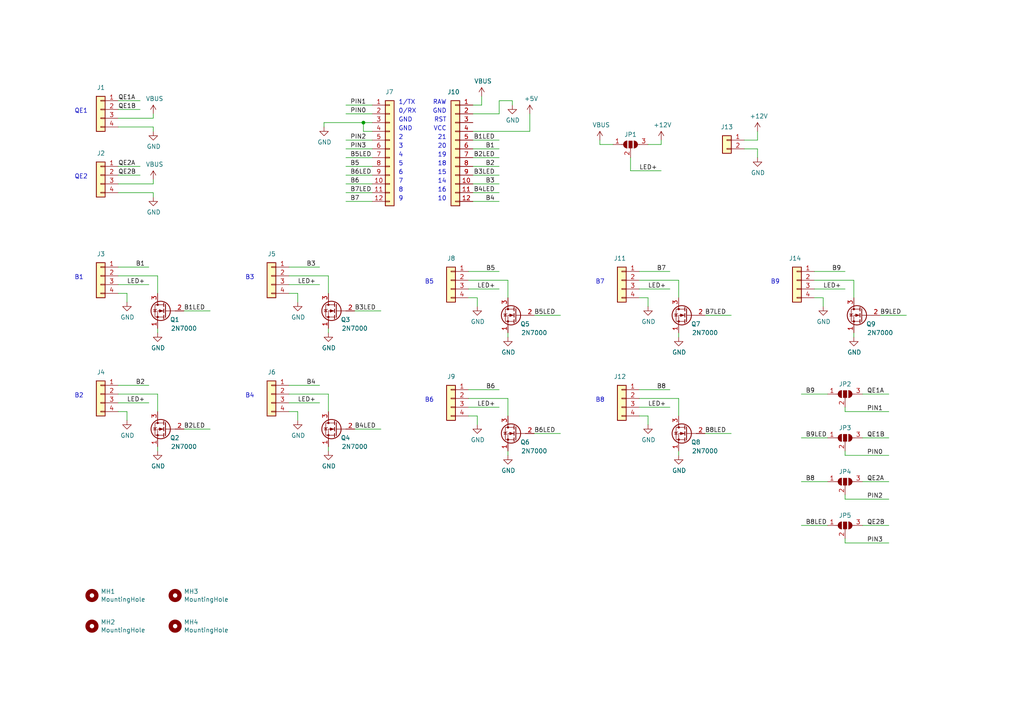
<source format=kicad_sch>
(kicad_sch (version 20211123) (generator eeschema)
  (paper "A4")
  (title_block (rev "v2.0"))
  (lib_symbols
    (symbol "Connector_Generic:Conn_01x02" (pin_names (offset 1.016) hide)
      (property "Reference" "J" (at 0 2.54 0))
      (property "Value" "Conn_01x02" (at 0 -5.08 0))
      (symbol "Conn_01x02_1_1"
        (rectangle (start -1.27 -2.413) (end 0 -2.667) (stroke (width 0.1524)))
        (rectangle (start -1.27 0.127) (end 0 -0.127) (stroke (width 0.1524)))
        (rectangle (start -1.27 1.27) (end 1.27 -3.81) (stroke (width 0.254)) (fill (type background)))
        (pin passive line (at -5.08 0 0) (length 3.81) (name "Pin_1") (number "1"))
        (pin passive line (at -5.08 -2.54 0) (length 3.81) (name "Pin_2") (number "2"))
      )
    )
    (symbol "Connector_Generic:Conn_01x04" (pin_names (offset 1.016) hide)
      (property "Reference" "J" (at 0 5.08 0))
      (property "Value" "Conn_01x04" (at 0 -7.62 0))
      (symbol "Conn_01x04_1_1"
        (rectangle (start -1.27 -4.953) (end 0 -5.207) (stroke (width 0.1524)))
        (rectangle (start -1.27 -2.413) (end 0 -2.667) (stroke (width 0.1524)))
        (rectangle (start -1.27 0.127) (end 0 -0.127) (stroke (width 0.1524)))
        (rectangle (start -1.27 2.667) (end 0 2.413) (stroke (width 0.1524)))
        (rectangle (start -1.27 3.81) (end 1.27 -6.35) (stroke (width 0.254)) (fill (type background)))
        (pin passive line (at -5.08 2.54 0) (length 3.81) (name "Pin_1") (number "1"))
        (pin passive line (at -5.08 0 0) (length 3.81) (name "Pin_2") (number "2"))
        (pin passive line (at -5.08 -2.54 0) (length 3.81) (name "Pin_3") (number "3"))
        (pin passive line (at -5.08 -5.08 0) (length 3.81) (name "Pin_4") (number "4"))
      )
    )
    (symbol "Connector_Generic:Conn_01x12" (pin_names (offset 1.016) hide)
      (property "Reference" "J" (at 0 15.24 0))
      (property "Value" "Conn_01x12" (at 0 -17.78 0))
      (symbol "Conn_01x12_1_1"
        (rectangle (start -1.27 -15.113) (end 0 -15.367) (stroke (width 0.1524)))
        (rectangle (start -1.27 -12.573) (end 0 -12.827) (stroke (width 0.1524)))
        (rectangle (start -1.27 -10.033) (end 0 -10.287) (stroke (width 0.1524)))
        (rectangle (start -1.27 -7.493) (end 0 -7.747) (stroke (width 0.1524)))
        (rectangle (start -1.27 -4.953) (end 0 -5.207) (stroke (width 0.1524)))
        (rectangle (start -1.27 -2.413) (end 0 -2.667) (stroke (width 0.1524)))
        (rectangle (start -1.27 0.127) (end 0 -0.127) (stroke (width 0.1524)))
        (rectangle (start -1.27 2.667) (end 0 2.413) (stroke (width 0.1524)))
        (rectangle (start -1.27 5.207) (end 0 4.953) (stroke (width 0.1524)))
        (rectangle (start -1.27 7.747) (end 0 7.493) (stroke (width 0.1524)))
        (rectangle (start -1.27 10.287) (end 0 10.033) (stroke (width 0.1524)))
        (rectangle (start -1.27 12.827) (end 0 12.573) (stroke (width 0.1524)))
        (rectangle (start -1.27 13.97) (end 1.27 -16.51) (stroke (width 0.254)) (fill (type background)))
        (pin passive line (at -5.08 12.7 0) (length 3.81) (name "Pin_1") (number "1"))
        (pin passive line (at -5.08 -10.16 0) (length 3.81) (name "Pin_10") (number "10"))
        (pin passive line (at -5.08 -12.7 0) (length 3.81) (name "Pin_11") (number "11"))
        (pin passive line (at -5.08 -15.24 0) (length 3.81) (name "Pin_12") (number "12"))
        (pin passive line (at -5.08 10.16 0) (length 3.81) (name "Pin_2") (number "2"))
        (pin passive line (at -5.08 7.62 0) (length 3.81) (name "Pin_3") (number "3"))
        (pin passive line (at -5.08 5.08 0) (length 3.81) (name "Pin_4") (number "4"))
        (pin passive line (at -5.08 2.54 0) (length 3.81) (name "Pin_5") (number "5"))
        (pin passive line (at -5.08 0 0) (length 3.81) (name "Pin_6") (number "6"))
        (pin passive line (at -5.08 -2.54 0) (length 3.81) (name "Pin_7") (number "7"))
        (pin passive line (at -5.08 -5.08 0) (length 3.81) (name "Pin_8") (number "8"))
        (pin passive line (at -5.08 -7.62 0) (length 3.81) (name "Pin_9") (number "9"))
      )
    )
    (symbol "Mechanical:MountingHole" (pin_names (offset 1.016))
      (property "Reference" "H" (at 0 5.08 0))
      (property "Value" "MountingHole" (at 0 3.175 0))
      (symbol "MountingHole_0_1"
        (circle (center 0 0) (radius 1.27) (stroke (width 1.27)))
      )
    )
    (symbol "ProMicro-Breakout-rescue:SolderJumper_3_Open-Jumper" (pin_names (offset 0) hide)
      (property "Reference" "JP" (at -2.54 -2.54 0))
      (property "Value" "SolderJumper_3_Open-Jumper" (at 0 2.794 0))
      (symbol "SolderJumper_3_Open-Jumper_0_1"
        (arc (start -1.016 1.016) (mid -2.032 0) (end -1.016 -1.016))
        (arc (start -1.016 1.016) (mid -2.032 0) (end -1.016 -1.016) (fill (type outline)))
        (rectangle (start -0.508 1.016) (end 0.508 -1.016) (fill (type outline)))
        (polyline (pts (xy -2.54 0) (xy -2.032 0)))
        (polyline (pts (xy -1.016 1.016) (xy -1.016 -1.016)))
        (polyline (pts (xy 0 -1.27) (xy 0 -1.016)))
        (polyline (pts (xy 1.016 1.016) (xy 1.016 -1.016)))
        (polyline (pts (xy 2.54 0) (xy 2.032 0)))
        (arc (start 1.016 -1.016) (mid 2.032 0) (end 1.016 1.016))
        (arc (start 1.016 -1.016) (mid 2.032 0) (end 1.016 1.016) (fill (type outline)))
      )
      (symbol "SolderJumper_3_Open-Jumper_1_1"
        (pin passive line (at -5.08 0 0) (length 2.54) (name "A") (number "1"))
        (pin input line (at 0 -3.81 90) (length 2.54) (name "C") (number "2"))
        (pin passive line (at 5.08 0 180) (length 2.54) (name "B") (number "3"))
      )
    )
    (symbol "Transistor_FET:2N7000" (pin_names hide)
      (property "Reference" "Q" (at 5.08 1.905 0))
      (property "Value" "2N7000" (at 5.08 0 0))
      (symbol "2N7000_0_1"
        (polyline (pts (xy 0.254 0) (xy -2.54 0)))
        (polyline (pts (xy 0.254 1.905) (xy 0.254 -1.905)) (stroke (width 0.254)))
        (polyline (pts (xy 0.762 -1.27) (xy 0.762 -2.286)) (stroke (width 0.254)))
        (polyline (pts (xy 0.762 0.508) (xy 0.762 -0.508)) (stroke (width 0.254)))
        (polyline (pts (xy 0.762 2.286) (xy 0.762 1.27)) (stroke (width 0.254)))
        (polyline (pts (xy 2.54 2.54) (xy 2.54 1.778)))
        (polyline (pts (xy 2.54 -2.54) (xy 2.54 0) (xy 0.762 0)))
        (polyline (pts (xy 0.762 -1.778) (xy 3.302 -1.778) (xy 3.302 1.778) (xy 0.762 1.778)))
        (polyline (pts (xy 1.016 0) (xy 2.032 0.381) (xy 2.032 -0.381) (xy 1.016 0)) (fill (type outline)))
        (polyline (pts (xy 2.794 0.508) (xy 2.921 0.381) (xy 3.683 0.381) (xy 3.81 0.254)))
        (polyline (pts (xy 3.302 0.381) (xy 2.921 -0.254) (xy 3.683 -0.254) (xy 3.302 0.381)))
        (circle (center 1.651 0) (radius 2.794) (stroke (width 0.254)))
        (circle (center 2.54 -1.778) (radius 0.254) (fill (type outline)))
        (circle (center 2.54 1.778) (radius 0.254) (fill (type outline)))
      )
      (symbol "2N7000_1_1"
        (pin passive line (at 2.54 -5.08 90) (length 2.54) (name "S") (number "1"))
        (pin input line (at -5.08 0 0) (length 2.54) (name "G") (number "2"))
        (pin passive line (at 2.54 5.08 270) (length 2.54) (name "D") (number "3"))
      )
    )
    (symbol "power:+12V" (power) (pin_names (offset 0))
      (property "Value" "+12V" (at 0 3.556 0))
      (symbol "+12V_0_1"
        (polyline (pts (xy -0.762 1.27) (xy 0 2.54)))
        (polyline (pts (xy 0 0) (xy 0 2.54)))
        (polyline (pts (xy 0 2.54) (xy 0.762 1.27)))
      )
      (symbol "+12V_1_1"
        (pin power_in line (at 0 0 90) (length 0) hide (name "+12V") (number "1"))
      )
    )
    (symbol "power:+5V" (power) (pin_names (offset 0))
      (property "Value" "+5V" (at 0 3.556 0))
      (symbol "+5V_0_1"
        (polyline (pts (xy -0.762 1.27) (xy 0 2.54)))
        (polyline (pts (xy 0 0) (xy 0 2.54)))
        (polyline (pts (xy 0 2.54) (xy 0.762 1.27)))
      )
      (symbol "+5V_1_1"
        (pin power_in line (at 0 0 90) (length 0) hide (name "+5V") (number "1"))
      )
    )
    (symbol "power:GND" (power) (pin_names (offset 0))
      (property "Value" "GND" (at 0 -3.81 0))
      (symbol "GND_0_1"
        (polyline (pts (xy 0 0) (xy 0 -1.27) (xy 1.27 -1.27) (xy 0 -2.54) (xy -1.27 -1.27) (xy 0 -1.27)))
      )
      (symbol "GND_1_1"
        (pin power_in line (at 0 0 270) (length 0) hide (name "GND") (number "1"))
      )
    )
    (symbol "power:VBUS" (power) (pin_names (offset 0))
      (property "Value" "VBUS" (at 0 3.81 0))
      (symbol "VBUS_0_1"
        (polyline (pts (xy -0.762 1.27) (xy 0 2.54)))
        (polyline (pts (xy 0 0) (xy 0 2.54)))
        (polyline (pts (xy 0 2.54) (xy 0.762 1.27)))
      )
      (symbol "VBUS_1_1"
        (pin power_in line (at 0 0 90) (length 0) hide (name "VBUS") (number "1"))
      )
    )
  )
  (junction (at 105.41 35.56))
  (wire (pts (xy 245.11 130.81) (xy 245.11 132.08)))
  (wire (pts (xy 44.45 53.34) (xy 44.45 52.07)))
  (wire (pts (xy 100.33 30.48) (xy 107.95 30.48)))
  (wire (pts (xy 232.41 152.4) (xy 240.03 152.4)))
  (wire (pts (xy 34.29 85.09) (xy 36.83 85.09)))
  (wire (pts (xy 137.16 38.1) (xy 153.67 38.1)))
  (wire (pts (xy 45.72 95.25) (xy 45.72 96.52)))
  (wire (pts (xy 83.82 111.76) (xy 92.71 111.76)))
  (wire (pts (xy 137.16 48.26) (xy 144.78 48.26)))
  (wire (pts (xy 34.29 55.88) (xy 44.45 55.88)))
  (wire (pts (xy 219.71 43.18) (xy 219.71 45.72)))
  (wire (pts (xy 236.22 78.74) (xy 245.11 78.74)))
  (wire (pts (xy 204.47 125.73) (xy 212.09 125.73)))
  (wire (pts (xy 137.16 30.48) (xy 139.7 30.48)))
  (wire (pts (xy 232.41 139.7) (xy 240.03 139.7)))
  (wire (pts (xy 137.16 53.34) (xy 144.78 53.34)))
  (wire (pts (xy 144.78 55.88) (xy 137.16 55.88)))
  (wire (pts (xy 34.29 31.75) (xy 40.64 31.75)))
  (wire (pts (xy 105.41 38.1) (xy 105.41 35.56)))
  (wire (pts (xy 100.33 43.18) (xy 107.95 43.18)))
  (wire (pts (xy 154.94 125.73) (xy 162.56 125.73)))
  (wire (pts (xy 53.34 90.17) (xy 60.96 90.17)))
  (wire (pts (xy 255.27 91.44) (xy 262.89 91.44)))
  (wire (pts (xy 250.19 114.3) (xy 257.81 114.3)))
  (wire (pts (xy 187.96 86.36) (xy 187.96 88.9)))
  (wire (pts (xy 34.29 48.26) (xy 40.64 48.26)))
  (wire (pts (xy 135.89 78.74) (xy 144.78 78.74)))
  (wire (pts (xy 187.96 120.65) (xy 187.96 123.19)))
  (wire (pts (xy 138.43 120.65) (xy 138.43 123.19)))
  (wire (pts (xy 245.11 144.78) (xy 257.81 144.78)))
  (wire (pts (xy 36.83 85.09) (xy 36.83 87.63)))
  (wire (pts (xy 34.29 82.55) (xy 43.18 82.55)))
  (wire (pts (xy 147.32 115.57) (xy 147.32 120.65)))
  (wire (pts (xy 107.95 53.34) (xy 100.33 53.34)))
  (wire (pts (xy 83.82 80.01) (xy 95.25 80.01)))
  (wire (pts (xy 34.29 36.83) (xy 44.45 36.83)))
  (wire (pts (xy 232.41 114.3) (xy 240.03 114.3)))
  (wire (pts (xy 250.19 127) (xy 257.81 127)))
  (wire (pts (xy 196.85 130.81) (xy 196.85 132.08)))
  (wire (pts (xy 185.42 81.28) (xy 196.85 81.28)))
  (wire (pts (xy 100.33 33.02) (xy 107.95 33.02)))
  (wire (pts (xy 250.19 152.4) (xy 257.81 152.4)))
  (wire (pts (xy 107.95 38.1) (xy 105.41 38.1)))
  (wire (pts (xy 34.29 53.34) (xy 44.45 53.34)))
  (wire (pts (xy 185.42 86.36) (xy 187.96 86.36)))
  (wire (pts (xy 144.78 40.64) (xy 137.16 40.64)))
  (wire (pts (xy 100.33 45.72) (xy 107.95 45.72)))
  (wire (pts (xy 44.45 57.15) (xy 44.45 55.88)))
  (wire (pts (xy 34.29 114.3) (xy 45.72 114.3)))
  (wire (pts (xy 147.32 96.52) (xy 147.32 97.79)))
  (wire (pts (xy 83.82 85.09) (xy 86.36 85.09)))
  (wire (pts (xy 135.89 113.03) (xy 144.78 113.03)))
  (wire (pts (xy 144.78 45.72) (xy 137.16 45.72)))
  (wire (pts (xy 44.45 34.29) (xy 44.45 33.02)))
  (wire (pts (xy 182.88 49.53) (xy 191.77 49.53)))
  (wire (pts (xy 245.11 157.48) (xy 257.81 157.48)))
  (wire (pts (xy 86.36 85.09) (xy 86.36 87.63)))
  (wire (pts (xy 135.89 81.28) (xy 147.32 81.28)))
  (wire (pts (xy 135.89 120.65) (xy 138.43 120.65)))
  (wire (pts (xy 135.89 115.57) (xy 147.32 115.57)))
  (wire (pts (xy 196.85 96.52) (xy 196.85 97.79)))
  (wire (pts (xy 36.83 119.38) (xy 36.83 121.92)))
  (wire (pts (xy 185.42 115.57) (xy 196.85 115.57)))
  (wire (pts (xy 247.65 81.28) (xy 247.65 86.36)))
  (wire (pts (xy 182.88 49.53) (xy 182.88 45.72)))
  (wire (pts (xy 137.16 33.02) (xy 144.78 33.02)))
  (wire (pts (xy 245.11 143.51) (xy 245.11 144.78)))
  (wire (pts (xy 191.77 41.91) (xy 191.77 40.64)))
  (wire (pts (xy 185.42 113.03) (xy 194.31 113.03)))
  (wire (pts (xy 250.19 139.7) (xy 257.81 139.7)))
  (wire (pts (xy 236.22 86.36) (xy 238.76 86.36)))
  (wire (pts (xy 236.22 83.82) (xy 245.11 83.82)))
  (wire (pts (xy 53.34 124.46) (xy 60.96 124.46)))
  (wire (pts (xy 245.11 156.21) (xy 245.11 157.48)))
  (wire (pts (xy 102.87 124.46) (xy 110.49 124.46)))
  (wire (pts (xy 196.85 81.28) (xy 196.85 86.36)))
  (wire (pts (xy 83.82 114.3) (xy 95.25 114.3)))
  (wire (pts (xy 153.67 38.1) (xy 153.67 33.02)))
  (wire (pts (xy 144.78 50.8) (xy 137.16 50.8)))
  (wire (pts (xy 135.89 86.36) (xy 138.43 86.36)))
  (wire (pts (xy 144.78 33.02) (xy 144.78 29.21)))
  (wire (pts (xy 83.82 77.47) (xy 92.71 77.47)))
  (wire (pts (xy 187.96 41.91) (xy 191.77 41.91)))
  (wire (pts (xy 45.72 129.54) (xy 45.72 130.81)))
  (wire (pts (xy 83.82 119.38) (xy 86.36 119.38)))
  (wire (pts (xy 86.36 119.38) (xy 86.36 121.92)))
  (wire (pts (xy 44.45 38.1) (xy 44.45 36.83)))
  (wire (pts (xy 107.95 48.26) (xy 100.33 48.26)))
  (wire (pts (xy 34.29 50.8) (xy 40.64 50.8)))
  (wire (pts (xy 245.11 132.08) (xy 257.81 132.08)))
  (wire (pts (xy 34.29 29.21) (xy 40.64 29.21)))
  (wire (pts (xy 135.89 83.82) (xy 144.78 83.82)))
  (wire (pts (xy 83.82 82.55) (xy 92.71 82.55)))
  (wire (pts (xy 95.25 114.3) (xy 95.25 119.38)))
  (wire (pts (xy 245.11 119.38) (xy 257.81 119.38)))
  (wire (pts (xy 93.98 35.56) (xy 93.98 36.83)))
  (wire (pts (xy 95.25 80.01) (xy 95.25 85.09)))
  (wire (pts (xy 34.29 77.47) (xy 43.18 77.47)))
  (wire (pts (xy 34.29 119.38) (xy 36.83 119.38)))
  (wire (pts (xy 137.16 43.18) (xy 144.78 43.18)))
  (wire (pts (xy 185.42 78.74) (xy 194.31 78.74)))
  (wire (pts (xy 95.25 95.25) (xy 95.25 96.52)))
  (wire (pts (xy 107.95 58.42) (xy 100.33 58.42)))
  (wire (pts (xy 139.7 30.48) (xy 139.7 27.94)))
  (wire (pts (xy 100.33 55.88) (xy 107.95 55.88)))
  (wire (pts (xy 83.82 116.84) (xy 92.71 116.84)))
  (wire (pts (xy 215.9 40.64) (xy 219.71 40.64)))
  (wire (pts (xy 215.9 43.18) (xy 219.71 43.18)))
  (wire (pts (xy 105.41 35.56) (xy 93.98 35.56)))
  (wire (pts (xy 138.43 86.36) (xy 138.43 88.9)))
  (wire (pts (xy 100.33 40.64) (xy 107.95 40.64)))
  (wire (pts (xy 147.32 81.28) (xy 147.32 86.36)))
  (wire (pts (xy 219.71 40.64) (xy 219.71 38.1)))
  (wire (pts (xy 95.25 129.54) (xy 95.25 130.81)))
  (wire (pts (xy 177.8 41.91) (xy 173.99 41.91)))
  (wire (pts (xy 34.29 80.01) (xy 45.72 80.01)))
  (wire (pts (xy 137.16 58.42) (xy 144.78 58.42)))
  (wire (pts (xy 148.59 29.21) (xy 148.59 30.48)))
  (wire (pts (xy 45.72 80.01) (xy 45.72 85.09)))
  (wire (pts (xy 154.94 91.44) (xy 162.56 91.44)))
  (wire (pts (xy 245.11 118.11) (xy 245.11 119.38)))
  (wire (pts (xy 144.78 29.21) (xy 148.59 29.21)))
  (wire (pts (xy 34.29 34.29) (xy 44.45 34.29)))
  (wire (pts (xy 34.29 116.84) (xy 43.18 116.84)))
  (wire (pts (xy 232.41 127) (xy 240.03 127)))
  (wire (pts (xy 34.29 111.76) (xy 43.18 111.76)))
  (wire (pts (xy 185.42 83.82) (xy 194.31 83.82)))
  (wire (pts (xy 247.65 96.52) (xy 247.65 97.79)))
  (wire (pts (xy 238.76 86.36) (xy 238.76 88.9)))
  (wire (pts (xy 204.47 91.44) (xy 212.09 91.44)))
  (wire (pts (xy 45.72 114.3) (xy 45.72 119.38)))
  (wire (pts (xy 173.99 41.91) (xy 173.99 40.64)))
  (wire (pts (xy 185.42 120.65) (xy 187.96 120.65)))
  (wire (pts (xy 147.32 130.81) (xy 147.32 132.08)))
  (wire (pts (xy 185.42 118.11) (xy 194.31 118.11)))
  (wire (pts (xy 135.89 118.11) (xy 144.78 118.11)))
  (wire (pts (xy 236.22 81.28) (xy 247.65 81.28)))
  (wire (pts (xy 100.33 50.8) (xy 107.95 50.8)))
  (wire (pts (xy 102.87 90.17) (xy 110.49 90.17)))
  (wire (pts (xy 196.85 115.57) (xy 196.85 120.65)))
  (wire (pts (xy 107.95 35.56) (xy 105.41 35.56)))
  (text "RAW" (at 129.54 30.48 180) (effects (font (size 1.27 1.27)) (justify right bottom)))
  (text "7" (at 115.57 53.34 0) (effects (font (size 1.27 1.27)) (justify left bottom)))
  (text "3" (at 115.57 43.18 0) (effects (font (size 1.27 1.27)) (justify left bottom)))
  (text "RST" (at 129.54 35.56 180) (effects (font (size 1.27 1.27)) (justify right bottom)))
  (text "B3" (at 71.12 81.28 0) (effects (font (size 1.27 1.27)) (justify left bottom)))
  (text "QE1" (at 21.59 33.02 0) (effects (font (size 1.27 1.27)) (justify left bottom)))
  (text "B4" (at 71.12 115.57 0) (effects (font (size 1.27 1.27)) (justify left bottom)))
  (text "B9" (at 223.52 82.55 0) (effects (font (size 1.27 1.27)) (justify left bottom)))
  (text "GND" (at 115.57 35.56 0) (effects (font (size 1.27 1.27)) (justify left bottom)))
  (text "20" (at 129.54 43.18 180) (effects (font (size 1.27 1.27)) (justify right bottom)))
  (text "8" (at 115.57 55.88 0) (effects (font (size 1.27 1.27)) (justify left bottom)))
  (text "B8" (at 172.72 116.84 0) (effects (font (size 1.27 1.27)) (justify left bottom)))
  (text "B7" (at 172.72 82.55 0) (effects (font (size 1.27 1.27)) (justify left bottom)))
  (text "B1" (at 21.59 81.28 0) (effects (font (size 1.27 1.27)) (justify left bottom)))
  (text "4" (at 115.57 45.72 0) (effects (font (size 1.27 1.27)) (justify left bottom)))
  (text "GND" (at 129.54 33.02 180) (effects (font (size 1.27 1.27)) (justify right bottom)))
  (text "QE2" (at 21.59 52.07 0) (effects (font (size 1.27 1.27)) (justify left bottom)))
  (text "9" (at 115.57 58.42 0) (effects (font (size 1.27 1.27)) (justify left bottom)))
  (text "1/TX" (at 115.57 30.48 0) (effects (font (size 1.27 1.27)) (justify left bottom)))
  (text "19" (at 129.54 45.72 180) (effects (font (size 1.27 1.27)) (justify right bottom)))
  (text "2" (at 115.57 40.64 0) (effects (font (size 1.27 1.27)) (justify left bottom)))
  (text "VCC" (at 129.54 38.1 180) (effects (font (size 1.27 1.27)) (justify right bottom)))
  (text "15" (at 129.54 50.8 180) (effects (font (size 1.27 1.27)) (justify right bottom)))
  (text "5" (at 115.57 48.26 0) (effects (font (size 1.27 1.27)) (justify left bottom)))
  (text "14" (at 129.54 53.34 180) (effects (font (size 1.27 1.27)) (justify right bottom)))
  (text "16" (at 129.54 55.88 180) (effects (font (size 1.27 1.27)) (justify right bottom)))
  (text "GND" (at 115.57 38.1 0) (effects (font (size 1.27 1.27)) (justify left bottom)))
  (text "0/RX" (at 115.57 33.02 0) (effects (font (size 1.27 1.27)) (justify left bottom)))
  (text "21" (at 129.54 40.64 180) (effects (font (size 1.27 1.27)) (justify right bottom)))
  (text "B5" (at 123.19 82.55 0) (effects (font (size 1.27 1.27)) (justify left bottom)))
  (text "6" (at 115.57 50.8 0) (effects (font (size 1.27 1.27)) (justify left bottom)))
  (text "18" (at 129.54 48.26 180) (effects (font (size 1.27 1.27)) (justify right bottom)))
  (text "10" (at 129.54 58.42 180) (effects (font (size 1.27 1.27)) (justify right bottom)))
  (text "B2" (at 21.59 115.57 0) (effects (font (size 1.27 1.27)) (justify left bottom)))
  (text "B6" (at 123.19 116.84 0) (effects (font (size 1.27 1.27)) (justify left bottom)))
  (label "B4LED" (at 102.87 124.46 0))
  (label "QE2A" (at 251.46 139.7 0))
  (label "QE1A" (at 34.29 29.21 0))
  (label "B2LED" (at 143.51 45.72 180))
  (label "B3" (at 88.9 77.47 0))
  (label "B6" (at 101.6 53.34 0))
  (label "QE1B" (at 34.29 31.75 0))
  (label "B4" (at 143.51 58.42 180))
  (label "PIN3" (at 251.46 157.48 0))
  (label "B2LED" (at 53.34 124.46 0))
  (label "B8LED" (at 204.47 125.73 0))
  (label "B9LED" (at 233.68 127 0))
  (label "B1LED" (at 143.51 40.64 180))
  (label "B1LED" (at 53.34 90.17 0))
  (label "B3LED" (at 143.51 50.8 180))
  (label "B6" (at 140.97 113.03 0))
  (label "B3" (at 143.51 53.34 180))
  (label "B1" (at 143.51 43.18 180))
  (label "B7LED" (at 101.6 55.88 0))
  (label "B9" (at 233.68 114.3 0))
  (label "LED+" (at 238.76 83.82 0))
  (label "PIN2" (at 251.46 144.78 0))
  (label "B8LED" (at 233.68 152.4 0))
  (label "LED+" (at 86.36 82.55 0))
  (label "B8" (at 190.5 113.03 0))
  (label "LED+" (at 86.36 116.84 0))
  (label "QE2B" (at 251.46 152.4 0))
  (label "PIN1" (at 251.46 119.38 0))
  (label "LED+" (at 187.96 118.11 0))
  (label "B4LED" (at 143.51 55.88 180))
  (label "B2" (at 39.37 111.76 0))
  (label "PIN2" (at 101.6 40.64 0))
  (label "B5" (at 101.6 48.26 0))
  (label "B2" (at 143.51 48.26 180))
  (label "PIN3" (at 101.6 43.18 0))
  (label "B1" (at 39.37 77.47 0))
  (label "LED+" (at 187.96 83.82 0))
  (label "PIN1" (at 101.6 30.48 0))
  (label "PIN0" (at 101.6 33.02 0))
  (label "QE2B" (at 34.29 50.8 0))
  (label "B6LED" (at 101.6 50.8 0))
  (label "B5LED" (at 154.94 91.44 0))
  (label "B9" (at 241.3 78.74 0))
  (label "PIN0" (at 251.46 132.08 0))
  (label "LED+" (at 138.43 118.11 0))
  (label "B7LED" (at 204.47 91.44 0))
  (label "B6LED" (at 154.94 125.73 0))
  (label "LED+" (at 36.83 82.55 0))
  (label "B3LED" (at 102.87 90.17 0))
  (label "B5LED" (at 101.6 45.72 0))
  (label "QE2A" (at 34.29 48.26 0))
  (label "B7" (at 101.6 58.42 0))
  (label "B4" (at 88.9 111.76 0))
  (label "B5" (at 140.97 78.74 0))
  (label "QE1A" (at 251.46 114.3 0))
  (label "B8" (at 233.68 139.7 0))
  (label "LED+" (at 36.83 116.84 0))
  (label "LED+" (at 138.43 83.82 0))
  (label "B7" (at 190.5 78.74 0))
  (label "B9LED" (at 255.27 91.44 0))
  (label "QE1B" (at 251.46 127 0))
  (label "LED+" (at 185.42 49.53 0))
  (symbol (lib_id "Connector_Generic:Conn_01x12") (at 113.03 43.18 0) (unit 1)
    (property "Reference" "J7" (at 111.76 26.67 0) (effects (justify left)))
    (property "Value" "Conn_01x12" (effects hide))
    (property "Footprint" "Connector_PinSocket_2.54mm:PinSocket_1x12_P2.54mm_Vertical" (effects hide))
  )
  (symbol (lib_id "Connector_Generic:Conn_01x12") (at 132.08 43.18 0) (mirror y) (unit 1)
    (property "Reference" "J10" (at 133.35 26.67 0) (effects (justify left)))
    (property "Value" "Conn_01x12" (effects hide))
    (property "Footprint" "Connector_PinSocket_2.54mm:PinSocket_1x12_P2.54mm_Vertical" (effects hide))
  )
  (symbol (lib_id "Connector_Generic:Conn_01x04") (at 29.21 31.75 0) (mirror y) (unit 1)
    (property "Reference" "J1" (at 30.48 25.4 0) (effects (justify left)))
    (property "Value" "Conn_01x04" (effects hide))
    (property "Footprint" "Connectors_JST:JST_XH_B04B-XH-A_04x2.50mm_Straight" (effects hide))
  )
  (symbol (lib_id "power:GND") (at 44.45 38.1 0) (unit 1)
    (property "Reference" "#PWR0102" (effects hide))
    (property "Value" "GND" (at 44.577 42.4942 0))
  )
  (symbol (lib_id "Connector_Generic:Conn_01x04") (at 29.21 50.8 0) (mirror y) (unit 1)
    (property "Reference" "J2" (at 30.48 44.45 0) (effects (justify left)))
    (property "Value" "Conn_01x04" (effects hide))
    (property "Footprint" "Connectors_JST:JST_XH_B04B-XH-A_04x2.50mm_Straight" (effects hide))
  )
  (symbol (lib_id "power:GND") (at 44.45 57.15 0) (unit 1)
    (property "Reference" "#PWR0104" (effects hide))
    (property "Value" "GND" (at 44.577 61.5442 0))
  )
  (symbol (lib_id "Connector_Generic:Conn_01x04") (at 29.21 80.01 0) (mirror y) (unit 1)
    (property "Reference" "J3" (at 30.48 73.66 0) (effects (justify left)))
    (property "Value" "Conn_01x04" (effects hide))
    (property "Footprint" "Connectors_JST:JST_XH_B04B-XH-A_04x2.50mm_Straight" (effects hide))
  )
  (symbol (lib_id "power:GND") (at 36.83 87.63 0) (unit 1)
    (property "Reference" "#PWR0105" (effects hide))
    (property "Value" "GND" (at 36.957 92.0242 0))
  )
  (symbol (lib_id "power:GND") (at 45.72 96.52 0) (unit 1)
    (property "Reference" "#PWR0106" (effects hide))
    (property "Value" "GND" (at 45.847 100.9142 0))
  )
  (symbol (lib_id "Connector_Generic:Conn_01x04") (at 29.21 114.3 0) (mirror y) (unit 1)
    (property "Reference" "J4" (at 30.48 107.95 0) (effects (justify left)))
    (property "Value" "Conn_01x04" (effects hide))
    (property "Footprint" "Connectors_JST:JST_XH_B04B-XH-A_04x2.50mm_Straight" (effects hide))
  )
  (symbol (lib_id "power:GND") (at 36.83 121.92 0) (unit 1)
    (property "Reference" "#PWR0107" (effects hide))
    (property "Value" "GND" (at 36.957 126.3142 0))
  )
  (symbol (lib_id "power:GND") (at 45.72 130.81 0) (unit 1)
    (property "Reference" "#PWR0108" (effects hide))
    (property "Value" "GND" (at 45.847 135.2042 0))
  )
  (symbol (lib_id "Connector_Generic:Conn_01x04") (at 78.74 80.01 0) (mirror y) (unit 1)
    (property "Reference" "J5" (at 80.01 73.66 0) (effects (justify left)))
    (property "Value" "Conn_01x04" (effects hide))
    (property "Footprint" "Connectors_JST:JST_XH_B04B-XH-A_04x2.50mm_Straight" (effects hide))
  )
  (symbol (lib_id "power:GND") (at 86.36 87.63 0) (unit 1)
    (property "Reference" "#PWR0109" (effects hide))
    (property "Value" "GND" (at 86.487 92.0242 0))
  )
  (symbol (lib_id "power:GND") (at 95.25 96.52 0) (unit 1)
    (property "Reference" "#PWR0110" (effects hide))
    (property "Value" "GND" (at 95.377 100.9142 0))
  )
  (symbol (lib_id "Connector_Generic:Conn_01x04") (at 78.74 114.3 0) (mirror y) (unit 1)
    (property "Reference" "J6" (at 80.01 107.95 0) (effects (justify left)))
    (property "Value" "Conn_01x04" (effects hide))
    (property "Footprint" "Connectors_JST:JST_XH_B04B-XH-A_04x2.50mm_Straight" (effects hide))
  )
  (symbol (lib_id "power:GND") (at 86.36 121.92 0) (unit 1)
    (property "Reference" "#PWR0111" (effects hide))
    (property "Value" "GND" (at 86.487 126.3142 0))
  )
  (symbol (lib_id "power:GND") (at 95.25 130.81 0) (unit 1)
    (property "Reference" "#PWR0112" (effects hide))
    (property "Value" "GND" (at 95.377 135.2042 0))
  )
  (symbol (lib_id "Connector_Generic:Conn_01x04") (at 130.81 81.28 0) (mirror y) (unit 1)
    (property "Reference" "J8" (at 132.08 74.93 0) (effects (justify left)))
    (property "Value" "Conn_01x04" (effects hide))
    (property "Footprint" "Connectors_JST:JST_XH_B04B-XH-A_04x2.50mm_Straight" (effects hide))
  )
  (symbol (lib_id "power:GND") (at 138.43 88.9 0) (unit 1)
    (property "Reference" "#PWR0113" (effects hide))
    (property "Value" "GND" (at 138.557 93.2942 0))
  )
  (symbol (lib_id "power:GND") (at 147.32 97.79 0) (unit 1)
    (property "Reference" "#PWR0114" (effects hide))
    (property "Value" "GND" (at 147.447 102.1842 0))
  )
  (symbol (lib_id "Connector_Generic:Conn_01x04") (at 130.81 115.57 0) (mirror y) (unit 1)
    (property "Reference" "J9" (at 132.08 109.22 0) (effects (justify left)))
    (property "Value" "Conn_01x04" (effects hide))
    (property "Footprint" "Connectors_JST:JST_XH_B04B-XH-A_04x2.50mm_Straight" (effects hide))
  )
  (symbol (lib_id "power:GND") (at 138.43 123.19 0) (unit 1)
    (property "Reference" "#PWR0115" (effects hide))
    (property "Value" "GND" (at 138.557 127.5842 0))
  )
  (symbol (lib_id "power:GND") (at 147.32 132.08 0) (unit 1)
    (property "Reference" "#PWR0116" (effects hide))
    (property "Value" "GND" (at 147.447 136.4742 0))
  )
  (symbol (lib_id "Connector_Generic:Conn_01x04") (at 180.34 81.28 0) (mirror y) (unit 1)
    (property "Reference" "J11" (at 181.61 74.93 0) (effects (justify left)))
    (property "Value" "Conn_01x04" (effects hide))
    (property "Footprint" "Connectors_JST:JST_XH_B04B-XH-A_04x2.50mm_Straight" (effects hide))
  )
  (symbol (lib_id "power:GND") (at 187.96 88.9 0) (unit 1)
    (property "Reference" "#PWR0117" (effects hide))
    (property "Value" "GND" (at 188.087 93.2942 0))
  )
  (symbol (lib_id "power:GND") (at 196.85 97.79 0) (unit 1)
    (property "Reference" "#PWR0118" (effects hide))
    (property "Value" "GND" (at 196.977 102.1842 0))
  )
  (symbol (lib_id "Connector_Generic:Conn_01x04") (at 180.34 115.57 0) (mirror y) (unit 1)
    (property "Reference" "J12" (at 181.61 109.22 0) (effects (justify left)))
    (property "Value" "Conn_01x04" (effects hide))
    (property "Footprint" "Connectors_JST:JST_XH_B04B-XH-A_04x2.50mm_Straight" (effects hide))
  )
  (symbol (lib_id "power:GND") (at 187.96 123.19 0) (unit 1)
    (property "Reference" "#PWR0119" (effects hide))
    (property "Value" "GND" (at 188.087 127.5842 0))
  )
  (symbol (lib_id "power:GND") (at 196.85 132.08 0) (unit 1)
    (property "Reference" "#PWR0120" (effects hide))
    (property "Value" "GND" (at 196.977 136.4742 0))
  )
  (symbol (lib_id "Connector_Generic:Conn_01x04") (at 231.14 81.28 0) (mirror y) (unit 1)
    (property "Reference" "J14" (at 232.41 74.93 0) (effects (justify left)))
    (property "Value" "Conn_01x04" (effects hide))
    (property "Footprint" "Connectors_JST:JST_XH_B04B-XH-A_04x2.50mm_Straight" (effects hide))
  )
  (symbol (lib_id "power:GND") (at 238.76 88.9 0) (unit 1)
    (property "Reference" "#PWR0121" (effects hide))
    (property "Value" "GND" (at 238.887 93.2942 0))
  )
  (symbol (lib_id "power:GND") (at 247.65 97.79 0) (unit 1)
    (property "Reference" "#PWR0122" (effects hide))
    (property "Value" "GND" (at 247.777 102.1842 0))
  )
  (symbol (lib_id "ProMicro-Breakout-rescue:SolderJumper_3_Open-Jumper") (at 182.88 41.91 0) (unit 1)
    (property "Reference" "JP1" (at 182.88 39.0144 0))
    (property "Value" "SolderJumper_3_Open" (effects hide))
    (property "Footprint" "Jumper:SolderJumper-3_P1.3mm_Open_RoundedPad1.0x1.5mm" (effects hide))
  )
  (symbol (lib_id "power:+5V") (at 153.67 33.02 0) (unit 1)
    (property "Reference" "#PWR0123" (effects hide))
    (property "Value" "+5V" (at 154.051 28.6258 0))
  )
  (symbol (lib_id "power:GND") (at 93.98 36.83 0) (unit 1)
    (property "Reference" "#PWR0124" (effects hide))
    (property "Value" "GND" (at 94.107 41.2242 0))
  )
  (symbol (lib_id "power:GND") (at 148.59 30.48 0) (unit 1)
    (property "Reference" "#PWR0125" (effects hide))
    (property "Value" "GND" (at 148.717 34.8742 0))
  )
  (symbol (lib_id "power:VBUS") (at 139.7 27.94 0) (unit 1)
    (property "Reference" "#PWR0126" (effects hide))
    (property "Value" "VBUS" (at 140.081 23.5458 0))
  )
  (symbol (lib_id "power:VBUS") (at 173.99 40.64 0) (unit 1)
    (property "Reference" "#PWR0127" (effects hide))
    (property "Value" "VBUS" (at 174.371 36.2458 0))
  )
  (symbol (lib_id "power:+12V") (at 191.77 40.64 0) (unit 1)
    (property "Reference" "#PWR0128" (effects hide))
    (property "Value" "+12V" (at 192.151 36.2458 0))
  )
  (symbol (lib_id "Connector_Generic:Conn_01x02") (at 210.82 40.64 0) (mirror y) (unit 1)
    (property "Reference" "J13" (at 210.82 36.83 0))
    (property "Value" "Conn_01x02" (effects hide))
    (property "Footprint" "Connectors_JST:JST_XH_B02B-XH-A_02x2.50mm_Straight" (effects hide))
  )
  (symbol (lib_id "power:GND") (at 219.71 45.72 0) (unit 1)
    (property "Reference" "#PWR0129" (effects hide))
    (property "Value" "GND" (at 219.837 50.1142 0))
  )
  (symbol (lib_id "power:+12V") (at 219.71 38.1 0) (unit 1)
    (property "Reference" "#PWR0130" (effects hide))
    (property "Value" "+12V" (at 220.091 33.7058 0))
  )
  (symbol (lib_id "Mechanical:MountingHole") (at 26.67 172.72 0) (unit 1)
    (property "Reference" "MH1" (at 29.21 171.5516 0) (effects (justify left)))
    (property "Value" "MountingHole" (at 29.21 173.863 0) (effects (justify left)))
    (property "Footprint" "Mounting_Holes:MountingHole_3.2mm_M3" (effects hide))
  )
  (symbol (lib_id "Mechanical:MountingHole") (at 26.67 181.61 0) (unit 1)
    (property "Reference" "MH2" (at 29.21 180.4416 0) (effects (justify left)))
    (property "Value" "MountingHole" (at 29.21 182.753 0) (effects (justify left)))
    (property "Footprint" "Mounting_Holes:MountingHole_3.2mm_M3" (effects hide))
  )
  (symbol (lib_id "Mechanical:MountingHole") (at 50.8 172.72 0) (unit 1)
    (property "Reference" "MH3" (at 53.34 171.5516 0) (effects (justify left)))
    (property "Value" "MountingHole" (at 53.34 173.863 0) (effects (justify left)))
    (property "Footprint" "Mounting_Holes:MountingHole_3.2mm_M3" (effects hide))
  )
  (symbol (lib_id "Mechanical:MountingHole") (at 50.8 181.61 0) (unit 1)
    (property "Reference" "MH4" (at 53.34 180.4416 0) (effects (justify left)))
    (property "Value" "MountingHole" (at 53.34 182.753 0) (effects (justify left)))
    (property "Footprint" "Mounting_Holes:MountingHole_3.2mm_M3" (effects hide))
  )
  (symbol (lib_id "ProMicro-Breakout-rescue:SolderJumper_3_Open-Jumper") (at 245.11 114.3 0) (unit 1)
    (property "Reference" "JP2" (at 245.11 111.4044 0))
    (property "Value" "SolderJumper_3_Open" (effects hide))
    (property "Footprint" "Jumper:SolderJumper-3_P1.3mm_Open_RoundedPad1.0x1.5mm" (effects hide))
  )
  (symbol (lib_id "ProMicro-Breakout-rescue:SolderJumper_3_Open-Jumper") (at 245.11 127 0) (unit 1)
    (property "Reference" "JP3" (at 245.11 124.1044 0))
    (property "Value" "SolderJumper_3_Open" (effects hide))
    (property "Footprint" "Jumper:SolderJumper-3_P1.3mm_Open_RoundedPad1.0x1.5mm" (effects hide))
  )
  (symbol (lib_id "ProMicro-Breakout-rescue:SolderJumper_3_Open-Jumper") (at 245.11 139.7 0) (unit 1)
    (property "Reference" "JP4" (at 245.11 136.8044 0))
    (property "Value" "SolderJumper_3_Open" (effects hide))
    (property "Footprint" "Jumper:SolderJumper-3_P1.3mm_Open_RoundedPad1.0x1.5mm" (effects hide))
  )
  (symbol (lib_id "ProMicro-Breakout-rescue:SolderJumper_3_Open-Jumper") (at 245.11 152.4 0) (unit 1)
    (property "Reference" "JP5" (at 245.11 149.5044 0))
    (property "Value" "SolderJumper_3_Open" (effects hide))
    (property "Footprint" "Jumper:SolderJumper-3_P1.3mm_Open_RoundedPad1.0x1.5mm" (effects hide))
  )
  (symbol (lib_id "Transistor_FET:2N7000") (at 48.26 124.46 0) (mirror y) (unit 1)
    (property "Reference" "Q2" (at 52.07 127 0) (effects (justify left)))
    (property "Value" "2N7000" (at 57.15 129.54 0) (effects (justify left)))
    (property "Footprint" "Package_TO_SOT_THT:TO-92_Inline_Wide" (effects hide))
    (property "Datasheet" "https://www.vishay.com/docs/70226/70226.pdf" (effects hide))
  )
  (symbol (lib_id "power:VBUS") (at 44.45 52.07 0) (unit 1)
    (property "Reference" "#PWR?" (effects hide))
    (property "Value" "VBUS" (at 44.831 47.6758 0))
  )
  (symbol (lib_id "Transistor_FET:2N7000") (at 199.39 91.44 0) (mirror y) (unit 1)
    (property "Reference" "Q7" (at 203.2 93.98 0) (effects (justify left)))
    (property "Value" "2N7000" (at 208.28 96.52 0) (effects (justify left)))
    (property "Footprint" "Package_TO_SOT_THT:TO-92_Inline_Wide" (effects hide))
    (property "Datasheet" "https://www.vishay.com/docs/70226/70226.pdf" (effects hide))
  )
  (symbol (lib_id "Transistor_FET:2N7000") (at 48.26 90.17 0) (mirror y) (unit 1)
    (property "Reference" "Q1" (at 52.07 92.71 0) (effects (justify left)))
    (property "Value" "2N7000" (at 57.15 95.25 0) (effects (justify left)))
    (property "Footprint" "Package_TO_SOT_THT:TO-92_Inline_Wide" (effects hide))
    (property "Datasheet" "https://www.vishay.com/docs/70226/70226.pdf" (effects hide))
  )
  (symbol (lib_id "Transistor_FET:2N7000") (at 149.86 125.73 0) (mirror y) (unit 1)
    (property "Reference" "Q6" (at 153.67 128.27 0) (effects (justify left)))
    (property "Value" "2N7000" (at 158.75 130.81 0) (effects (justify left)))
    (property "Footprint" "Package_TO_SOT_THT:TO-92_Inline_Wide" (effects hide))
    (property "Datasheet" "https://www.vishay.com/docs/70226/70226.pdf" (effects hide))
  )
  (symbol (lib_id "Transistor_FET:2N7000") (at 97.79 90.17 0) (mirror y) (unit 1)
    (property "Reference" "Q3" (at 101.6 92.71 0) (effects (justify left)))
    (property "Value" "2N7000" (at 106.68 95.25 0) (effects (justify left)))
    (property "Footprint" "Package_TO_SOT_THT:TO-92_Inline_Wide" (effects hide))
    (property "Datasheet" "https://www.vishay.com/docs/70226/70226.pdf" (effects hide))
  )
  (symbol (lib_id "power:VBUS") (at 44.45 33.02 0) (unit 1)
    (property "Reference" "#PWR?" (effects hide))
    (property "Value" "VBUS" (at 44.831 28.6258 0))
  )
  (symbol (lib_id "Transistor_FET:2N7000") (at 250.19 91.44 0) (mirror y) (unit 1)
    (property "Reference" "Q9" (at 254 93.98 0) (effects (justify left)))
    (property "Value" "2N7000" (at 259.08 96.52 0) (effects (justify left)))
    (property "Footprint" "Package_TO_SOT_THT:TO-92_Inline_Wide" (effects hide))
    (property "Datasheet" "https://www.vishay.com/docs/70226/70226.pdf" (effects hide))
  )
  (symbol (lib_id "Transistor_FET:2N7000") (at 149.86 91.44 0) (mirror y) (unit 1)
    (property "Reference" "Q5" (at 153.67 93.98 0) (effects (justify left)))
    (property "Value" "2N7000" (at 158.75 96.52 0) (effects (justify left)))
    (property "Footprint" "Package_TO_SOT_THT:TO-92_Inline_Wide" (effects hide))
    (property "Datasheet" "https://www.vishay.com/docs/70226/70226.pdf" (effects hide))
  )
  (symbol (lib_id "Transistor_FET:2N7000") (at 97.79 124.46 0) (mirror y) (unit 1)
    (property "Reference" "Q4" (at 101.6 127 0) (effects (justify left)))
    (property "Value" "2N7000" (at 106.68 129.54 0) (effects (justify left)))
    (property "Footprint" "Package_TO_SOT_THT:TO-92_Inline_Wide" (effects hide))
    (property "Datasheet" "https://www.vishay.com/docs/70226/70226.pdf" (effects hide))
  )
  (symbol (lib_id "Transistor_FET:2N7000") (at 199.39 125.73 0) (mirror y) (unit 1)
    (property "Reference" "Q8" (at 203.2 128.27 0) (effects (justify left)))
    (property "Value" "2N7000" (at 208.28 130.81 0) (effects (justify left)))
    (property "Footprint" "Package_TO_SOT_THT:TO-92_Inline_Wide" (effects hide))
    (property "Datasheet" "https://www.vishay.com/docs/70226/70226.pdf" (effects hide))
  )
)
</source>
